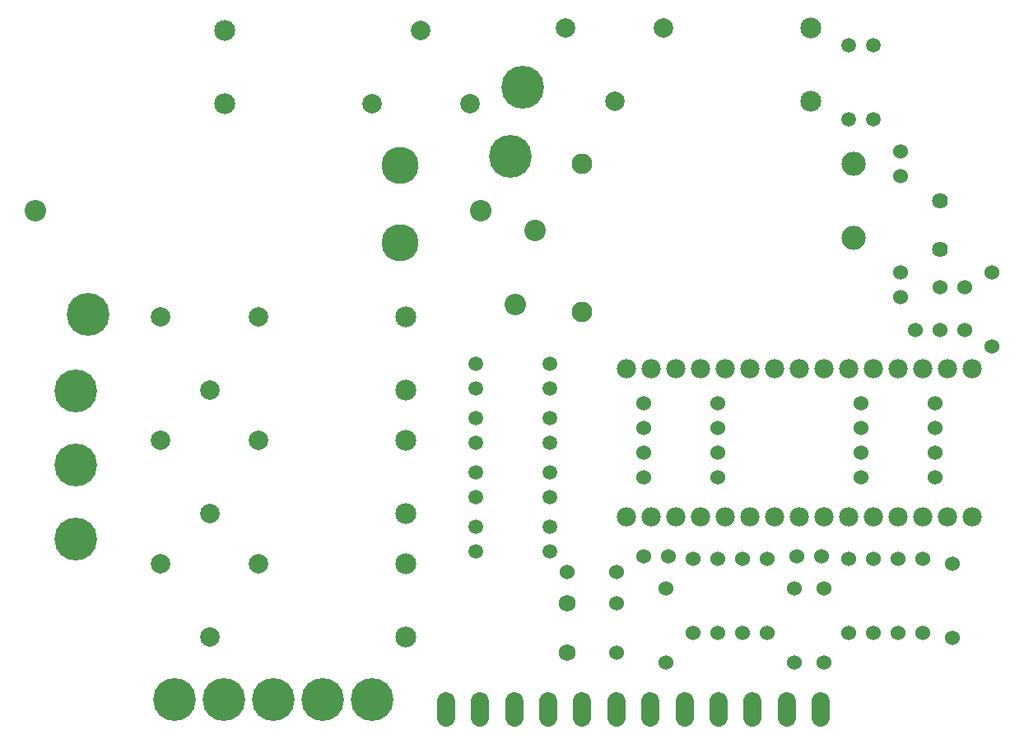
<source format=gbs>
G75*
%MOIN*%
%OFA0B0*%
%FSLAX24Y24*%
%IPPOS*%
%LPD*%
%AMOC8*
5,1,8,0,0,1.08239X$1,22.5*
%
%ADD10C,0.0595*%
%ADD11C,0.0867*%
%ADD12C,0.1504*%
%ADD13C,0.0848*%
%ADD14C,0.0787*%
%ADD15C,0.0980*%
%ADD16C,0.0830*%
%ADD17C,0.0600*%
%ADD18C,0.1730*%
%ADD19C,0.0730*%
%ADD20C,0.0680*%
%ADD21C,0.0640*%
%ADD22C,0.0780*%
D10*
X018800Y008700D03*
X018800Y009700D03*
X018800Y010900D03*
X018800Y011900D03*
X018800Y013100D03*
X018800Y014100D03*
X018800Y015300D03*
X018800Y016300D03*
X021800Y016300D03*
X021800Y015300D03*
X021800Y014100D03*
X021800Y013100D03*
X021800Y011900D03*
X021800Y010900D03*
X021800Y009700D03*
X021800Y008700D03*
X033900Y026200D03*
X034900Y026200D03*
X034900Y029200D03*
X033900Y029200D03*
D11*
X021200Y021700D03*
X019001Y022500D03*
X020400Y018700D03*
X000950Y022500D03*
D12*
X015714Y021181D03*
X015714Y024331D03*
D13*
X008639Y026812D03*
X008639Y029788D03*
X015961Y018188D03*
X015961Y015212D03*
X015961Y013188D03*
X015961Y010212D03*
X015961Y008188D03*
X015961Y005212D03*
X032361Y026912D03*
X032361Y029888D03*
D14*
X026408Y029888D03*
X024424Y026912D03*
X022439Y029888D03*
X018561Y026812D03*
X016576Y029788D03*
X014592Y026812D03*
X010008Y018188D03*
X008024Y015212D03*
X010008Y013188D03*
X008024Y010212D03*
X010008Y008188D03*
X008024Y005212D03*
X006039Y008188D03*
X006039Y013188D03*
X006039Y018188D03*
D15*
X034100Y021400D03*
X034100Y024400D03*
D16*
X023100Y024400D03*
X023100Y018400D03*
D17*
X025600Y014700D03*
X025600Y013700D03*
X025600Y012700D03*
X025600Y011700D03*
X028600Y011700D03*
X028600Y012700D03*
X028600Y013700D03*
X028600Y014700D03*
X034400Y014700D03*
X034400Y013700D03*
X034400Y012700D03*
X034400Y011700D03*
X037400Y011700D03*
X037400Y012700D03*
X037400Y013700D03*
X037400Y014700D03*
X039700Y017000D03*
X038600Y017650D03*
X037600Y017650D03*
X036600Y017650D03*
X036000Y019000D03*
X037600Y019400D03*
X038600Y019400D03*
X039700Y020000D03*
X036000Y020000D03*
X036000Y023900D03*
X036000Y024900D03*
X032800Y008500D03*
X033900Y008400D03*
X034900Y008400D03*
X035900Y008400D03*
X036900Y008400D03*
X038100Y008200D03*
X036900Y005400D03*
X035900Y005400D03*
X034900Y005400D03*
X033900Y005400D03*
X032900Y004200D03*
X031700Y004200D03*
X030600Y005400D03*
X029600Y005400D03*
X028600Y005400D03*
X027600Y005400D03*
X026500Y004200D03*
X024500Y004600D03*
X024500Y006600D03*
X024500Y007850D03*
X025600Y008500D03*
X026600Y008500D03*
X027600Y008400D03*
X028600Y008400D03*
X029600Y008400D03*
X030600Y008400D03*
X031800Y008500D03*
X031700Y007200D03*
X032900Y007200D03*
X038100Y005200D03*
X026500Y007200D03*
X022500Y007850D03*
D18*
X006600Y002700D03*
X008600Y002700D03*
X010600Y002700D03*
X012600Y002700D03*
X014600Y002700D03*
X002600Y009200D03*
X002600Y012200D03*
X002600Y015200D03*
X003100Y018300D03*
X020200Y024700D03*
X020700Y027500D03*
D19*
X020356Y002625D02*
X020356Y001975D01*
X018978Y001975D02*
X018978Y002625D01*
X017600Y002625D02*
X017600Y001975D01*
X021734Y001975D02*
X021734Y002625D01*
X023112Y002625D02*
X023112Y001975D01*
X024490Y001975D02*
X024490Y002625D01*
X025868Y002625D02*
X025868Y001975D01*
X027246Y001975D02*
X027246Y002625D01*
X028624Y002625D02*
X028624Y001975D01*
X030002Y001975D02*
X030002Y002625D01*
X031380Y002625D02*
X031380Y001975D01*
X032757Y001975D02*
X032757Y002625D01*
D20*
X022500Y004600D03*
X022500Y006600D03*
D21*
X037600Y020916D03*
X037600Y022884D03*
D22*
X037900Y016100D03*
X036900Y016100D03*
X035900Y016100D03*
X034900Y016100D03*
X033900Y016100D03*
X032900Y016100D03*
X031900Y016100D03*
X030900Y016100D03*
X029900Y016100D03*
X028900Y016100D03*
X027900Y016100D03*
X026900Y016100D03*
X025900Y016100D03*
X024900Y016100D03*
X024900Y010100D03*
X025900Y010100D03*
X026900Y010100D03*
X027900Y010100D03*
X028900Y010100D03*
X029900Y010100D03*
X030900Y010100D03*
X031900Y010100D03*
X032900Y010100D03*
X033900Y010100D03*
X034900Y010100D03*
X035900Y010100D03*
X036900Y010100D03*
X037900Y010100D03*
X038900Y010100D03*
X038900Y016100D03*
M02*

</source>
